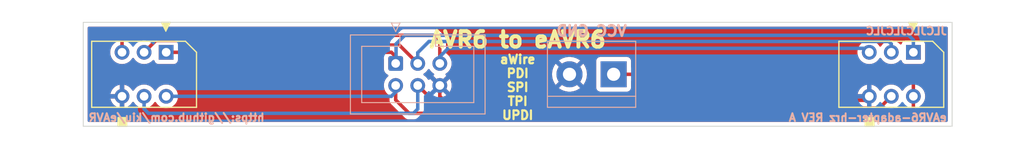
<source format=kicad_pcb>
(kicad_pcb (version 20211014) (generator pcbnew)
  (title_block (title "eAVR6-adapter-hrz") (company "Nakamura Labs") (comment 1 "https://github.com/kiu/eAVR"))
  (layers (0 "F.Cu" signal) (31 "B.Cu" signal) (34 "B.Paste" user) (35 "F.Paste" user) (36 "B.SilkS" user "B.Silkscreen") (37 "F.SilkS" user "F.Silkscreen") (38 "B.Mask" user) (39 "F.Mask" user) (44 "Edge.Cuts" user))
  (net 0 "")
  (net 1 "Net-(J1-Pad1)")
  (net 2 "VCC")
  (net 3 "Net-(J1-Pad3)")
  (net 4 "Net-(J1-Pad4)")
  (net 5 "Net-(J1-Pad5)")
  (net 6 "GND")
  (footprint "eAVR:eAVR6-EdgeSocket_2x03_P2.54mm_Vertical" (layer "F.Cu") (at 143.5 66 -90)
    (fp_text reference "J3" hide)
    (fp_text value "Conn_02x03_Odd_Even")
    (fp_line (start -2.54 -6.0325) (end 3.81 -6.0325) (layer "F.SilkS") (width 0.15))
    (fp_line (start 3.81 -6.0325) (end 3.81 6.0325) (layer "F.SilkS") (width 0.15))
    (fp_line (start -3.81 6.0325) (end 3.81 6.0325) (layer "F.SilkS") (width 0.15))
    (fp_line (start -3.81 -4.7625) (end -2.54 -6.0325) (layer "F.SilkS") (width 0.15))
    (fp_line (start -3.81 -4.7625) (end -3.81 6.0325) (layer "F.SilkS") (width 0.15))
    (fp_rect (start 6 2) (end 5 3) (layer "F.SilkS") (width 0.15) (fill solid))
    (fp_poly (pts (xy -5 -2.5) (xy -6 -3) (xy -6 -2)) (layer "F.SilkS") (width 0.15) (fill solid))
    (pad "1" thru_hole rect (at -2.54 -2.54 270) (size 1.7 1.7) (drill 1) (layers *.Cu *.Mask) (net 1 "Net-(J1-Pad1)"))
    (pad "2" thru_hole oval (at 2.54 -2.54 270) (size 1.7 1.7) (drill 1) (layers *.Cu *.Mask) (net 2 "VCC"))
    (pad "3" thru_hole oval (at -2.54 0 270) (size 1.7 1.7) (drill 1) (layers *.Cu *.Mask) (net 3 "Net-(J1-Pad3)"))
    (pad "4" thru_hole oval (at 2.54 0 270) (size 1.7 1.7) (drill 1) (layers *.Cu *.Mask) (net 4 "Net-(J1-Pad4)"))
    (pad "5" thru_hole oval (at -2.54 2.54 270) (size 1.7 1.7) (drill 1) (layers *.Cu *.Mask) (net 5 "Net-(J1-Pad5)"))
    (pad "6" thru_hole oval (at 2.54 2.54 270) (size 1.7 1.7) (drill 1) (layers *.Cu *.Mask) (net 6 "GND"))
  )
  (footprint "eAVR:eAVR6-EdgeSocket_2x03_P2.54mm_Vertical" (layer "F.Cu") (at 57.5 66 -90)
    (fp_text reference "J1" hide)
    (fp_text value "Conn_02x03_Odd_Even")
    (fp_line (start -3.81 -4.7625) (end -2.54 -6.0325) (layer "F.SilkS") (width 0.15))
    (fp_line (start -3.81 -4.7625) (end -3.81 6.0325) (layer "F.SilkS") (width 0.15))
    (fp_line (start -2.54 -6.0325) (end 3.81 -6.0325) (layer "F.SilkS") (width 0.15))
    (fp_line (start -3.81 6.0325) (end 3.81 6.0325) (layer "F.SilkS") (width 0.15))
    (fp_line (start 3.81 -6.0325) (end 3.81 6.0325) (layer "F.SilkS") (width 0.15))
    (fp_rect (start 6 2) (end 5 3) (layer "F.SilkS") (width 0.15) (fill solid))
    (fp_poly (pts (xy -5 -2.5) (xy -6 -3) (xy -6 -2)) (layer "F.SilkS") (width 0.15) (fill solid))
    (pad "1" thru_hole rect (at -2.54 -2.54 270) (size 1.7 1.7) (drill 1) (layers *.Cu *.Mask) (net 1 "Net-(J1-Pad1)"))
    (pad "2" thru_hole oval (at 2.54 -2.54 270) (size 1.7 1.7) (drill 1) (layers *.Cu *.Mask) (net 2 "VCC"))
    (pad "3" thru_hole oval (at -2.54 0 270) (size 1.7 1.7) (drill 1) (layers *.Cu *.Mask) (net 3 "Net-(J1-Pad3)"))
    (pad "4" thru_hole oval (at 2.54 0 270) (size 1.7 1.7) (drill 1) (layers *.Cu *.Mask) (net 4 "Net-(J1-Pad4)"))
    (pad "5" thru_hole oval (at -2.54 2.54 270) (size 1.7 1.7) (drill 1) (layers *.Cu *.Mask) (net 5 "Net-(J1-Pad5)"))
    (pad "6" thru_hole oval (at 2.54 2.54 270) (size 1.7 1.7) (drill 1) (layers *.Cu *.Mask) (net 6 "GND"))
  )
  (footprint "Connector_IDC:IDC-Header_2x03_P2.54mm_Vertical" (layer "B.Cu") (at 86.455 64.7475 -90)
    (fp_text reference "J2" hide)
    (fp_text value "Conn_02x03_Odd_Even")
    (fp_line (start -1.98 -0.49) (end -1.98 3.91) (layer "B.SilkS") (width 0.12))
    (fp_line (start 4.52 3.91) (end 4.52 -8.99) (layer "B.SilkS") (width 0.12))
    (fp_line (start -3.29 -10.29) (end -3.29 5.21) (layer "B.SilkS") (width 0.12))
    (fp_line (start -1.98 -4.59) (end -3.29 -4.59) (layer "B.SilkS") (width 0.12))
    (fp_line (start 5.83 -10.29) (end -3.29 -10.29) (layer "B.SilkS") (width 0.12))
    (fp_line (start -3.68 0) (end -4.68 0.5) (layer "B.SilkS") (width 0.12))
    (fp_line (start -1.98 -8.99) (end -1.98 -4.59) (layer "B.SilkS") (width 0.12))
    (fp_line (start -4.68 -0.5) (end -3.68 0) (layer "B.SilkS") (width 0.12))
    (fp_line (start 4.52 -8.99) (end -1.98 -8.99) (layer "B.SilkS") (width 0.12))
    (fp_line (start -3.29 -0.49) (end -1.98 -0.49) (layer "B.SilkS") (width 0.12))
    (fp_line (start 5.83 5.21) (end 5.83 -10.29) (layer "B.SilkS") (width 0.12))
    (fp_line (start -4.68 0.5) (end -4.68 -0.5) (layer "B.SilkS") (width 0.12))
    (fp_line (start -3.29 5.21) (end 5.83 5.21) (layer "B.SilkS") (width 0.12))
    (fp_line (start -1.98 3.91) (end 4.52 3.91) (layer "B.SilkS") (width 0.12))
    (fp_line (start -1.98 -4.59) (end -1.98 -4.59) (layer "B.SilkS") (width 0.12))
    (pad "1" thru_hole roundrect locked (at 0 0 270) (size 1.7 1.7) (drill 1) (layers *.Cu *.Mask) (roundrect_rratio 0.147059) (net 1 "Net-(J1-Pad1)"))
    (pad "2" thru_hole circle locked (at 2.54 0 270) (size 1.7 1.7) (drill 1) (layers *.Cu *.Mask) (net 2 "VCC"))
    (pad "3" thru_hole circle locked (at 0 -2.54 270) (size 1.7 1.7) (drill 1) (layers *.Cu *.Mask) (net 3 "Net-(J1-Pad3)"))
    (pad "4" thru_hole circle locked (at 2.54 -2.54 270) (size 1.7 1.7) (drill 1) (layers *.Cu *.Mask) (net 4 "Net-(J1-Pad4)"))
    (pad "5" thru_hole circle locked (at 0 -5.08 270) (size 1.7 1.7) (drill 1) (layers *.Cu *.Mask) (net 5 "Net-(J1-Pad5)"))
    (pad "6" thru_hole circle locked (at 2.54 -5.08 270) (size 1.7 1.7) (drill 1) (layers *.Cu *.Mask) (net 6 "GND"))
  )
  (footprint "TerminalBlock:TerminalBlock_bornier-2_P5.08mm" (layer "B.Cu") (at 111.54 66 180)
    (fp_text reference "J4" hide)
    (fp_text value "Screw_Terminal_01x02")
    (fp_line (start 7.62 -2.54) (end -2.54 -2.54) (layer "B.SilkS") (width 0.12))
    (fp_line (start 7.62 -3.81) (end 7.62 3.81) (layer "B.SilkS") (width 0.12))
    (fp_line (start -2.54 3.81) (end -2.54 -3.81) (layer "B.SilkS") (width 0.12))
    (fp_line (start -2.54 -3.81) (end 7.62 -3.81) (layer "B.SilkS") (width 0.12))
    (fp_line (start 7.62 3.81) (end -2.54 3.81) (layer "B.SilkS") (width 0.12))
    (pad "1" thru_hole rect locked (at 0 0 180) (size 3 3) (drill 1.52) (layers *.Cu *.Mask) (net 2 "VCC"))
    (pad "2" thru_hole circle locked (at 5.08 0 180) (size 3 3) (drill 1.52) (layers *.Cu *.Mask) (net 6 "GND"))
  )
  (gr_line (start 50.5 60) (end 150.5 60) (layer "Edge.Cuts") (width 0.1))
  (gr_line (start 150.5 60) (end 150.5 72) (layer "Edge.Cuts") (width 0.1))
  (gr_line (start 150.5 72) (end 50.5 72) (layer "Edge.Cuts") (width 0.1))
  (gr_line (start 50.5 72) (end 50.5 60) (layer "Edge.Cuts") (width 0.1))
  (gr_text "https://github.com/kiu/eAVR" (at 51 71) (layer "B.SilkS") (effects (font (size 0.9 0.9) (thickness 0.22)) (justify right mirror)))
  (gr_text "VCC GND" (at 109 61) (layer "B.SilkS") (effects (font (size 1.2 1.2) (thickness 0.3)) (justify mirror)))
  (gr_text "JLCJLCJLCJLC" (at 150 61) (layer "B.SilkS") (effects (font (size 0.9 0.9) (thickness 0.225)) (justify left mirror)))
  (gr_text "eAVR6-adapter-hrz REV A\n" (at 150 71) (layer "B.SilkS") (effects (font (size 0.9 0.9) (thickness 0.22)) (justify left mirror)))
  (gr_text "aWire\nPDI\nSPI\nTPI\nUPDI" (at 100.5 67.5) (layer "F.SilkS") (effects (font (size 1 1) (thickness 0.25))))
  (gr_text "AVR6 to eAVR6" (at 100.5 62) (layer "F.SilkS") (effects (font (size 1.8 1.8) (thickness 0.45))))
  (segment (start 85.96 63.46) (end 86.5 64) (width 0.4) (layer "F.Cu") (net 1))
  (segment (start 86.455 64.7475) (end 86.5 64.7025) (width 0.4) (layer "F.Cu") (net 1))
  (segment (start 60.04 63.46) (end 85.96 63.46) (width 0.4) (layer "F.Cu") (net 1))
  (segment (start 86.5 64.7025) (end 86.5 64) (width 0.4) (layer "F.Cu") (net 1))
  (segment (start 86.5 62.5) (end 87.5 61.5) (width 0.4) (layer "B.Cu") (net 1))
  (segment (start 86.455 64.7475) (end 86.5 64.7025) (width 0.4) (layer "B.Cu") (net 1))
  (segment (start 87.5 61.5) (end 145.5 61.5) (width 0.4) (layer "B.Cu") (net 1))
  (segment (start 145.5 61.5) (end 146.04 62.04) (width 0.4) (layer "B.Cu") (net 1))
  (segment (start 86.5 64.7025) (end 86.5 62.5) (width 0.4) (layer "B.Cu") (net 1))
  (segment (start 146.04 62.04) (end 146.04 63.46) (width 0.4) (layer "B.Cu") (net 1))
  (segment (start 146.04 67.04) (end 145 66) (width 0.4) (layer "F.Cu") (net 2))
  (segment (start 86.455 67.2875) (end 86.455 68.955) (width 0.4) (layer "F.Cu") (net 2))
  (segment (start 145.5 70.5) (end 146.04 69.96) (width 0.4) (layer "F.Cu") (net 2))
  (segment (start 88 70.5) (end 145.5 70.5) (width 0.4) (layer "F.Cu") (net 2))
  (segment (start 145 66) (end 111.54 66) (width 0.4) (layer "F.Cu") (net 2))
  (segment (start 86.455 68.955) (end 88 70.5) (width 0.4) (layer "F.Cu") (net 2))
  (segment (start 146.04 69.96) (end 146.04 68.54) (width 0.4) (layer "F.Cu") (net 2))
  (segment (start 146.04 68.54) (end 146.04 67.04) (width 0.4) (layer "F.Cu") (net 2))
  (segment (start 86.455 67.2875) (end 86.455 68.045) (width 0.4) (layer "B.Cu") (net 2))
  (segment (start 86.455 68.045) (end 85.96 68.54) (width 0.4) (layer "B.Cu") (net 2))
  (segment (start 85.96 68.54) (end 60.04 68.54) (width 0.4) (layer "B.Cu") (net 2))
  (segment (start 58.860489 62.099511) (end 62.900489 62.099511) (width 0.4) (layer "F.Cu") (net 3))
  (segment (start 86.87375 62.62625) (end 88.995 64.7475) (width 0.4) (layer "F.Cu") (net 3))
  (segment (start 63.427228 62.62625) (end 86.87375 62.62625) (width 0.4) (layer "F.Cu") (net 3))
  (segment (start 57.5 63.46) (end 58.860489 62.099511) (width 0.4) (layer "F.Cu") (net 3))
  (segment (start 62.900489 62.099511) (end 63.427228 62.62625) (width 0.4) (layer "F.Cu") (net 3))
  (segment (start 88.995 64.7475) (end 88.995 63.505) (width 0.4) (layer "B.Cu") (net 3))
  (segment (start 90.289511 62.210489) (end 143.210489 62.210489) (width 0.4) (layer "B.Cu") (net 3))
  (segment (start 88.995 63.505) (end 90.289511 62.210489) (width 0.4) (layer "B.Cu") (net 3))
  (segment (start 143.5 62.5) (end 143.5 63.46) (width 0.4) (layer "B.Cu") (net 3))
  (segment (start 143.210489 62.210489) (end 143.5 62.5) (width 0.4) (layer "B.Cu") (net 3))
  (segment (start 142.139511 69.900489) (end 143.5 68.54) (width 0.4) (layer "F.Cu") (net 4))
  (segment (start 88.995 67.2875) (end 91.607989 69.900489) (width 0.4) (layer "F.Cu") (net 4))
  (segment (start 91.607989 69.900489) (end 142.139511 69.900489) (width 0.4) (layer "F.Cu") (net 4))
  (segment (start 57.5 70) (end 58 70.5) (width 0.4) (layer "B.Cu") (net 4))
  (segment (start 88.995 70.005) (end 88.995 67.2875) (width 0.4) (layer "B.Cu") (net 4))
  (segment (start 57.5 68.54) (end 57.5 70) (width 0.4) (layer "B.Cu") (net 4))
  (segment (start 58 70.5) (end 88.5 70.5) (width 0.4) (layer "B.Cu") (net 4))
  (segment (start 88.5 70.5) (end 88.995 70.005) (width 0.4) (layer "B.Cu") (net 4))
  (segment (start 54.96 62.04) (end 55.5 61.5) (width 0.4) (layer "F.Cu") (net 5))
  (segment (start 91.535 62.035) (end 91.535 64.7475) (width 0.4) (layer "F.Cu") (net 5))
  (segment (start 55.5 61.5) (end 91 61.5) (width 0.4) (layer "F.Cu") (net 5))
  (segment (start 54.96 63.46) (end 54.96 62.04) (width 0.4) (layer "F.Cu") (net 5))
  (segment (start 91 61.5) (end 91.535 62.035) (width 0.4) (layer "F.Cu") (net 5))
  (segment (start 91.535 63.965) (end 92.5 63) (width 0.4) (layer "B.Cu") (net 5))
  (segment (start 92.5 63) (end 140.5 63) (width 0.4) (layer "B.Cu") (net 5))
  (segment (start 140.5 63) (end 140.96 63.46) (width 0.4) (layer "B.Cu") (net 5))
  (segment (start 91.535 64.7475) (end 91.535 63.965) (width 0.4) (layer "B.Cu") (net 5))
  (segment (start 91.535 67.2875) (end 91.535 68.535) (width 0.4) (layer "F.Cu") (net 6))
  (segment (start 140.5 69) (end 140.96 68.54) (width 0.4) (layer "F.Cu") (net 6))
  (segment (start 92 69) (end 140.5 69) (width 0.4) (layer "F.Cu") (net 6))
  (segment (start 91.535 68.535) (end 92 69) (width 0.4) (layer "F.Cu") (net 6))
  (zone (net 6) (net_name "GND") (layers F&B.Cu) (connect_pads (clearance 0.508)) (min_thickness 0.254) (fill yes (thermal_gap 0.508) (thermal_bridge_width 0.508))
    (polygon (pts (xy 150.5 72) (xy 50.5 72) (xy 50.5 60) (xy 150.5 60)))
  )
)
</source>
